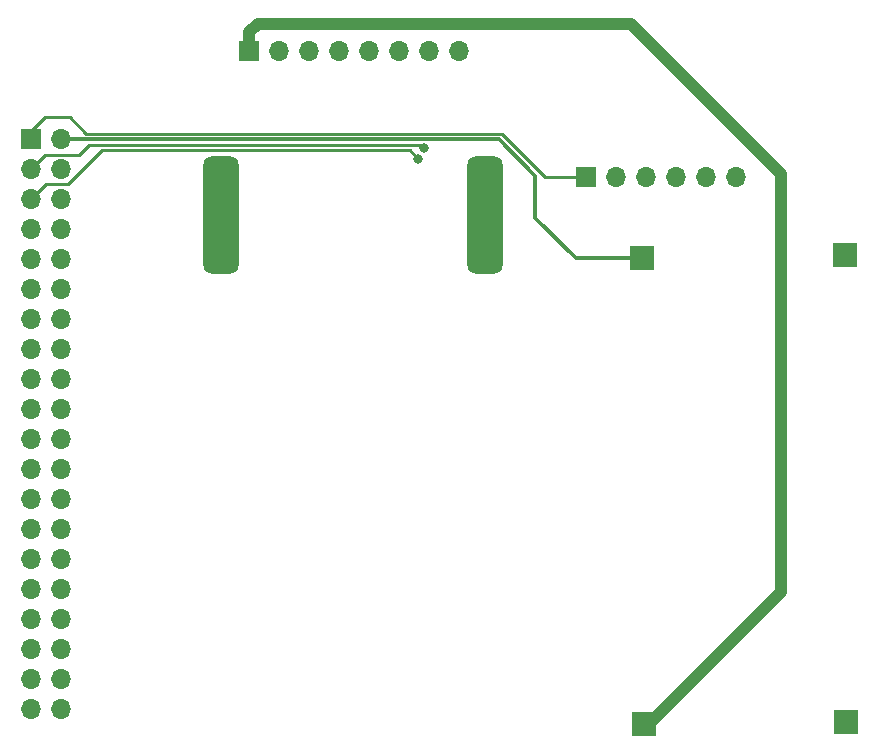
<source format=gbr>
%TF.GenerationSoftware,KiCad,Pcbnew,(6.0.4)*%
%TF.CreationDate,2022-09-23T14:26:36-04:00*%
%TF.ProjectId,CubeSat,43756265-5361-4742-9e6b-696361645f70,rev?*%
%TF.SameCoordinates,Original*%
%TF.FileFunction,Copper,L2,Bot*%
%TF.FilePolarity,Positive*%
%FSLAX46Y46*%
G04 Gerber Fmt 4.6, Leading zero omitted, Abs format (unit mm)*
G04 Created by KiCad (PCBNEW (6.0.4)) date 2022-09-23 14:26:36*
%MOMM*%
%LPD*%
G01*
G04 APERTURE LIST*
G04 Aperture macros list*
%AMRoundRect*
0 Rectangle with rounded corners*
0 $1 Rounding radius*
0 $2 $3 $4 $5 $6 $7 $8 $9 X,Y pos of 4 corners*
0 Add a 4 corners polygon primitive as box body*
4,1,4,$2,$3,$4,$5,$6,$7,$8,$9,$2,$3,0*
0 Add four circle primitives for the rounded corners*
1,1,$1+$1,$2,$3*
1,1,$1+$1,$4,$5*
1,1,$1+$1,$6,$7*
1,1,$1+$1,$8,$9*
0 Add four rect primitives between the rounded corners*
20,1,$1+$1,$2,$3,$4,$5,0*
20,1,$1+$1,$4,$5,$6,$7,0*
20,1,$1+$1,$6,$7,$8,$9,0*
20,1,$1+$1,$8,$9,$2,$3,0*%
G04 Aperture macros list end*
%TA.AperFunction,ComponentPad*%
%ADD10R,1.700000X1.700000*%
%TD*%
%TA.AperFunction,ComponentPad*%
%ADD11O,1.700000X1.700000*%
%TD*%
%TA.AperFunction,ComponentPad*%
%ADD12RoundRect,0.750000X-0.750000X-4.250000X0.750000X-4.250000X0.750000X4.250000X-0.750000X4.250000X0*%
%TD*%
%TA.AperFunction,ComponentPad*%
%ADD13R,2.000000X2.000000*%
%TD*%
%TA.AperFunction,ViaPad*%
%ADD14C,0.800000*%
%TD*%
%TA.AperFunction,Conductor*%
%ADD15C,0.250000*%
%TD*%
%TA.AperFunction,Conductor*%
%ADD16C,1.000000*%
%TD*%
%TA.AperFunction,Conductor*%
%ADD17C,0.300000*%
%TD*%
G04 APERTURE END LIST*
D10*
%TO.P,J4,1,Pin_1*%
%TO.N,/3.3V*%
X111800000Y-57390000D03*
D11*
%TO.P,J4,2,Pin_2*%
%TO.N,/5VB*%
X114340000Y-57390000D03*
%TO.P,J4,3,Pin_3*%
%TO.N,/SDA*%
X111800000Y-59930000D03*
%TO.P,J4,4,Pin_4*%
%TO.N,unconnected-(J4-Pad4)*%
X114340000Y-59930000D03*
%TO.P,J4,5,Pin_5*%
%TO.N,/SCL*%
X111800000Y-62470000D03*
%TO.P,J4,6,Pin_6*%
%TO.N,unconnected-(J4-Pad6)*%
X114340000Y-62470000D03*
%TO.P,J4,7,Pin_7*%
%TO.N,unconnected-(J4-Pad7)*%
X111800000Y-65010000D03*
%TO.P,J4,8,Pin_8*%
%TO.N,unconnected-(J4-Pad8)*%
X114340000Y-65010000D03*
%TO.P,J4,9,Pin_9*%
%TO.N,unconnected-(J4-Pad9)*%
X111800000Y-67550000D03*
%TO.P,J4,10,Pin_10*%
%TO.N,unconnected-(J4-Pad10)*%
X114340000Y-67550000D03*
%TO.P,J4,11,Pin_11*%
%TO.N,unconnected-(J4-Pad11)*%
X111800000Y-70090000D03*
%TO.P,J4,12,Pin_12*%
%TO.N,unconnected-(J4-Pad12)*%
X114340000Y-70090000D03*
%TO.P,J4,13,Pin_13*%
%TO.N,unconnected-(J4-Pad13)*%
X111800000Y-72630000D03*
%TO.P,J4,14,Pin_14*%
%TO.N,unconnected-(J4-Pad14)*%
X114340000Y-72630000D03*
%TO.P,J4,15,Pin_15*%
%TO.N,unconnected-(J4-Pad15)*%
X111800000Y-75170000D03*
%TO.P,J4,16,Pin_16*%
%TO.N,unconnected-(J4-Pad16)*%
X114340000Y-75170000D03*
%TO.P,J4,17,Pin_17*%
%TO.N,unconnected-(J4-Pad17)*%
X111800000Y-77710000D03*
%TO.P,J4,18,Pin_18*%
%TO.N,unconnected-(J4-Pad18)*%
X114340000Y-77710000D03*
%TO.P,J4,19,Pin_19*%
%TO.N,unconnected-(J4-Pad19)*%
X111800000Y-80250000D03*
%TO.P,J4,20,Pin_20*%
%TO.N,unconnected-(J4-Pad20)*%
X114340000Y-80250000D03*
%TO.P,J4,21,Pin_21*%
%TO.N,unconnected-(J4-Pad21)*%
X111800000Y-82790000D03*
%TO.P,J4,22,Pin_22*%
%TO.N,unconnected-(J4-Pad22)*%
X114340000Y-82790000D03*
%TO.P,J4,23,Pin_23*%
%TO.N,unconnected-(J4-Pad23)*%
X111800000Y-85330000D03*
%TO.P,J4,24,Pin_24*%
%TO.N,unconnected-(J4-Pad24)*%
X114340000Y-85330000D03*
%TO.P,J4,25,Pin_25*%
%TO.N,unconnected-(J4-Pad25)*%
X111800000Y-87870000D03*
%TO.P,J4,26,Pin_26*%
%TO.N,unconnected-(J4-Pad26)*%
X114340000Y-87870000D03*
%TO.P,J4,27,Pin_27*%
%TO.N,unconnected-(J4-Pad27)*%
X111800000Y-90410000D03*
%TO.P,J4,28,Pin_28*%
%TO.N,unconnected-(J4-Pad28)*%
X114340000Y-90410000D03*
%TO.P,J4,29,Pin_29*%
%TO.N,/brake*%
X111800000Y-92950000D03*
%TO.P,J4,30,Pin_30*%
%TO.N,unconnected-(J4-Pad30)*%
X114340000Y-92950000D03*
%TO.P,J4,31,Pin_31*%
%TO.N,/CW{slash}CCW*%
X111800000Y-95490000D03*
%TO.P,J4,32,Pin_32*%
%TO.N,/PWM*%
X114340000Y-95490000D03*
%TO.P,J4,33,Pin_33*%
%TO.N,/CHB*%
X111800000Y-98030000D03*
%TO.P,J4,34,Pin_34*%
%TO.N,unconnected-(J4-Pad34)*%
X114340000Y-98030000D03*
%TO.P,J4,35,Pin_35*%
%TO.N,/CHA*%
X111800000Y-100570000D03*
%TO.P,J4,36,Pin_36*%
%TO.N,unconnected-(J4-Pad36)*%
X114340000Y-100570000D03*
%TO.P,J4,37,Pin_37*%
%TO.N,unconnected-(J4-Pad37)*%
X111800000Y-103110000D03*
%TO.P,J4,38,Pin_38*%
%TO.N,unconnected-(J4-Pad38)*%
X114340000Y-103110000D03*
%TO.P,J4,39,Pin_39*%
%TO.N,unconnected-(J4-Pad39)*%
X111800000Y-105650000D03*
%TO.P,J4,40,Pin_40*%
%TO.N,unconnected-(J4-Pad40)*%
X114340000Y-105650000D03*
%TD*%
D12*
%TO.P,J1,GND,Pin_1*%
%TO.N,GND*%
X150276000Y-63819000D03*
%TO.P,J1,VCC,Pin_2*%
%TO.N,VCC*%
X127924000Y-63819000D03*
%TD*%
D10*
%TO.P,J2,1,Pin_1*%
%TO.N,/3.3V*%
X158800000Y-60600000D03*
D11*
%TO.P,J2,2,Pin_2*%
%TO.N,unconnected-(J2-Pad2)*%
X161340000Y-60600000D03*
%TO.P,J2,3,Pin_3*%
%TO.N,GND*%
X163880000Y-60600000D03*
%TO.P,J2,4,Pin_4*%
%TO.N,/SCL*%
X166420000Y-60600000D03*
%TO.P,J2,5,Pin_5*%
%TO.N,/SDA*%
X168960000Y-60600000D03*
%TO.P,J2,6,Pin_6*%
%TO.N,unconnected-(J2-Pad6)*%
X171500000Y-60600000D03*
%TD*%
D13*
%TO.P,U1,1,IN+*%
%TO.N,VCC*%
X163700000Y-106900000D03*
%TO.P,U1,2,IN-*%
%TO.N,GND*%
X180800000Y-106750000D03*
%TO.P,U1,3,OUT+*%
%TO.N,/5VB*%
X163552000Y-67464000D03*
%TO.P,U1,4,OUT-*%
%TO.N,GND*%
X180700000Y-67200000D03*
%TD*%
D10*
%TO.P,J3,1,Pin_1*%
%TO.N,VCC*%
X130300000Y-49900000D03*
D11*
%TO.P,J3,2,Pin_2*%
%TO.N,GND*%
X132840000Y-49900000D03*
%TO.P,J3,3,Pin_3*%
%TO.N,/brake*%
X135380000Y-49900000D03*
%TO.P,J3,4,Pin_4*%
%TO.N,/PWM*%
X137920000Y-49900000D03*
%TO.P,J3,5,Pin_5*%
%TO.N,/CW{slash}CCW*%
X140460000Y-49900000D03*
%TO.P,J3,6,Pin_6*%
%TO.N,unconnected-(J3-Pad6)*%
X143000000Y-49900000D03*
%TO.P,J3,7,Pin_7*%
%TO.N,/CHB*%
X145540000Y-49900000D03*
%TO.P,J3,8,Pin_8*%
%TO.N,/CHA*%
X148080000Y-49900000D03*
%TD*%
D14*
%TO.N,/SCL*%
X144597848Y-59003704D03*
%TO.N,/SDA*%
X145100000Y-58139500D03*
%TD*%
D15*
%TO.N,/SCL*%
X143908184Y-58314040D02*
X144597848Y-59003704D01*
X119500000Y-58314040D02*
X143908184Y-58314040D01*
X115400000Y-60700000D02*
X117785960Y-58314040D01*
X114000000Y-61200000D02*
X114900000Y-61200000D01*
X113070000Y-61200000D02*
X114000000Y-61200000D01*
X117785960Y-58314040D02*
X119500000Y-58314040D01*
X114900000Y-61200000D02*
X115400000Y-60700000D01*
X111800000Y-62470000D02*
X113070000Y-61200000D01*
%TO.N,/SDA*%
X116700000Y-57864520D02*
X144825020Y-57864520D01*
X115864520Y-58700000D02*
X116700000Y-57864520D01*
X113030000Y-58700000D02*
X114100000Y-58700000D01*
X114100000Y-58700000D02*
X115864520Y-58700000D01*
X144825020Y-57864520D02*
X145100000Y-58139500D01*
X111800000Y-59930000D02*
X113030000Y-58700000D01*
D16*
%TO.N,VCC*%
X164100000Y-106900000D02*
X163700000Y-106900000D01*
X175300000Y-95700000D02*
X164100000Y-106900000D01*
X131000000Y-47600000D02*
X162600000Y-47600000D01*
X175300000Y-60300000D02*
X175300000Y-95700000D01*
X130300000Y-48300000D02*
X131000000Y-47600000D01*
X162600000Y-47600000D02*
X175300000Y-60300000D01*
X130300000Y-49900000D02*
X130300000Y-48300000D01*
D15*
%TO.N,/3.3V*%
X151665481Y-56915481D02*
X155350000Y-60600000D01*
X155350000Y-60600000D02*
X158800000Y-60600000D01*
X116500000Y-56915480D02*
X151665481Y-56915481D01*
X113000000Y-55500000D02*
X115084520Y-55500000D01*
X111800000Y-57390000D02*
X111800000Y-56700000D01*
X111800000Y-56700000D02*
X113000000Y-55500000D01*
X115084520Y-55500000D02*
X116500000Y-56915480D01*
D17*
%TO.N,/5VB*%
X157964000Y-67464000D02*
X163552000Y-67464000D01*
X151390000Y-57390000D02*
X154500000Y-60500000D01*
X154500000Y-60500000D02*
X154500000Y-64000000D01*
X114340000Y-57390000D02*
X151390000Y-57390000D01*
X154500000Y-64000000D02*
X157964000Y-67464000D01*
%TD*%
M02*

</source>
